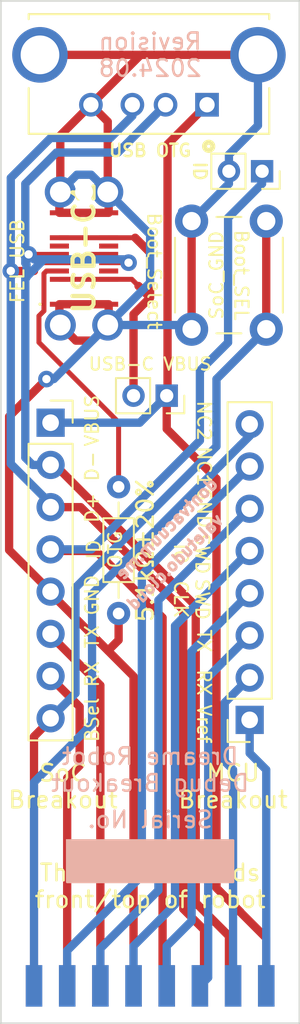
<source format=kicad_pcb>
(kicad_pcb (version 20240108) (generator "pcbnew") (generator_version "8.0")
  (layers (0 "F.Cu" signal) (31 "B.Cu" signal) (34 "B.Paste" user) (35 "F.Paste" user) (36 "B.SilkS" user "B.Silkscreen") (37 "F.SilkS" user "F.Silkscreen") (38 "B.Mask" user) (39 "F.Mask" user) (44 "Edge.Cuts" user))
  (net 0 "")
  (net 1 "MCU_Vref")
  (net 2 "VBUS")
  (net 3 "MCU_RX")
  (net 4 "D-")
  (net 5 "MCU_TX")
  (net 6 "D+")
  (net 7 "MCU_SWCLK")
  (net 8 "MCU_SWDIO")
  (net 9 "SoC_TX")
  (net 10 "SoC_RX")
  (net 11 "Boot_SEL")
  (net 12 "USB_VBUS")
  (net 13 "SoC_USB_OTG_ID")
  (net 14 "MCU_NC1")
  (net 15 "MCU_NC2")
  (net 16 "SoC_GND")
  (net 17 "MCU_GND")
  (net 18 "Net-(USB-C1-CC1)")
  (footprint "Resistor_THT:R_Axial_DIN0204_L3.6mm_D1.6mm_P7.62mm_Horizontal" (layer "F.Cu") (at 57.1 67.98 -90)
    (property "Reference" "R1" (hide yes))
    (property "Value" "5.1kΩ±20%" (at 3.82 -1.6 270) (layer "F.SilkS"))
    (fp_line (start 1.89 0.92) (end 5.73 0.92) (stroke (width 0.12)) (layer "F.SilkS"))
    (fp_line (start 5.73 0.92) (end 5.73 -0.92) (stroke (width 0.12)) (layer "F.SilkS"))
    (fp_line (start 0.94 0) (end 1.89 0) (stroke (width 0.12)) (layer "F.SilkS"))
    (fp_line (start 6.68 0) (end 5.73 0) (stroke (width 0.12)) (layer "F.SilkS"))
    (fp_line (start 1.89 -0.92) (end 1.89 0.92) (stroke (width 0.12)) (layer "F.SilkS"))
    (fp_line (start 5.73 -0.92) (end 1.89 -0.92) (stroke (width 0.12)) (layer "F.SilkS"))
    (pad "1" thru_hole circle (at 0 0 270) (size 1.4 1.4) (drill 0.7) (layers "*.Cu" "*.Mask") (net 18 "Net-(USB-C1-CC1)"))
    (pad "2" thru_hole oval (at 7.62 0 270) (size 1.4 1.4) (drill 0.7) (layers "*.Cu" "*.Mask") (net 16 "SoC_GND"))
  )
  (footprint "GCT-USB4145-03-0230-C:USB4145030230C" (layer "F.Cu") (at 55.015 54.25 90)
    (property "Reference" "USB-C1" (at 0.65 0 90) (layer "F.SilkS") (effects (font (size 1.27 1.27) (thickness 0.254))))
    (property "Value" "USB4145-03-0230-C" (hide yes))
    (fp_line (start -2.75 -2.7) (end -2.75 -2.7) (stroke (width 0.1)) (layer "F.SilkS"))
    (fp_line (start -2.75 -2.6) (end -2.75 -2.6) (stroke (width 0.1)) (layer "F.SilkS"))
    (fp_arc (start -2.75 -2.7) (mid -2.7 -2.65) (end -2.75 -2.6) (stroke (width 0.1)) (layer "F.SilkS"))
    (fp_arc (start -2.75 -2.6) (mid -2.8 -2.65) (end -2.75 -2.7) (stroke (width 0.1)) (layer "F.SilkS"))
    (pad "" np_thru_hole circle (at -4 0 90) (size 0.66 0.66) (drill 0.66) (layers "*.Cu" "*.Mask"))
    (pad "" np_thru_hole circle (at 4 0 90) (size 1.08 1.08) (drill 1.08) (layers "*.Cu" "*.Mask"))
    (pad "A1" smd rect (at -2.75 -1.485 90) (size 0.3 1.15) (layers "F.Cu" "F.Mask") (net 16 "SoC_GND"))
    (pad "A4" smd rect (at -1.25 -1.485 90) (size 0.3 1.15) (layers "F.Cu" "F.Mask") (net 12 "USB_VBUS"))
    (pad "A5" smd rect (at -0.75 -1.485 90) (size 0.3 1.15) (layers "F.Cu" "F.Mask") (net 18 "Net-(USB-C1-CC1)"))
    (pad "A6" smd rect (at -0.25 -1.485 90) (size 0.3 1.15) (layers "F.Cu" "F.Mask") (net 6 "D+"))
    (pad "A7" smd rect (at 0.25 -1.485 90) (size 0.3 1.15) (layers "F.Cu" "F.Mask") (net 4 "D-"))
    (pad "A8" smd rect (at 0.75 -1.485 90) (size 0.3 1.15) (layers "F.Cu" "F.Mask"))
    (pad "A9" smd rect (at 1.25 -1.485 90) (size 0.3 1.15) (layers "F.Cu" "F.Mask") (net 12 "USB_VBUS"))
    (pad "A12" smd rect (at 2.75 -1.485 90) (size 0.3 1.15) (layers "F.Cu" "F.Mask") (net 16 "SoC_GND"))
    (pad "B1" smd rect (at 2.75 1.485 90) (size 0.3 1.15) (layers "F.Cu" "F.Mask") (net 16 "SoC_GND"))
    (pad "B4" smd rect (at 1.25 1.485 90) (size 0.3 1.15) (layers "F.Cu" "F.Mask") (net 12 "USB_VBUS"))
    (pad "B5" smd rect (at 0.75 1.485 90) (size 0.3 1.15) (layers "F.Cu" "F.Mask"))
    (pad "B6" smd rect (at 0.25 1.485 90) (size 0.3 1.15) (layers "F.Cu" "F.Mask") (net 6 "D+"))
    (pad "B7" smd rect (at -0.25 1.485 90) (size 0.3 1.15) (layers "F.Cu" "F.Mask") (net 4 "D-"))
    (pad "B8" smd rect (at -0.75 1.485 90) (size 0.3 1.15) (layers "F.Cu" "F.Mask"))
    (pad "B9" smd rect (at -1.25 1.485 90) (size 0.3 1.15) (layers "F.Cu" "F.Mask") (net 12 "USB_VBUS"))
    (pad "B12" smd rect (at -2.75 1.485 90) (size 0.3 1.15) (layers "F.Cu" "F.Mask") (net 16 "SoC_GND"))
    (pad "MH1" thru_hole circle (at -4 -1.43 90) (size 1.875 1.875) (drill 1.25) (layers "*.Cu" "*.Mask") (net 16 "SoC_GND"))
    (pad "MH2" thru_hole circle (at 4 -1.43 90) (size 1.875 1.875) (drill 1.25) (layers "*.Cu" "*.Mask") (net 16 "SoC_GND"))
    (pad "MH3" thru_hole circle (at -4 1.43 90) (size 1.875 1.875) (drill 1.25) (layers "*.Cu" "*.Mask") (net 16 "SoC_GND"))
    (pad "MH4" thru_hole circle (at 4 1.43 90) (size 1.875 1.875) (drill 1.25) (layers "*.Cu" "*.Mask") (net 16 "SoC_GND"))
  )
  (footprint "Connector_PinSocket_2.54mm:PinSocket_1x08_P2.54mm_Vertical" (layer "F.Cu") (at 65 82 180)
    (property "Reference" "J2" (hide yes))
    (property "Value" "MCU Breakout" (hide yes))
    (fp_line (start 1.33 1.27) (end 1.33 19.11) (stroke (width 0.12)) (layer "F.SilkS"))
    (fp_line (start 1.33 -1.33) (end 1.33 0) (stroke (width 0.12)) (layer "F.SilkS"))
    (fp_line (start 0 -1.33) (end 1.33 -1.33) (stroke (width 0.12)) (layer "F.SilkS"))
    (fp_line (start -1.33 19.11) (end 1.33 19.11) (stroke (width 0.12)) (layer "F.SilkS"))
    (fp_line (start -1.33 1.27) (end 1.33 1.27) (stroke (width 0.12)) (layer "F.SilkS"))
    (fp_line (start -1.33 1.27) (end -1.33 19.11) (stroke (width 0.12)) (layer "F.SilkS"))
    (pad "1" thru_hole rect (at 0 0 180) (size 1.7 1.7) (drill 1) (layers "*.Cu" "*.Mask") (net 1 "MCU_Vref"))
    (pad "2" thru_hole oval (at 0 2.54 180) (size 1.7 1.7) (drill 1) (layers "*.Cu" "*.Mask") (net 3 "MCU_RX"))
    (pad "3" thru_hole oval (at 0 5.08 180) (size 1.7 1.7) (drill 1) (layers "*.Cu" "*.Mask") (net 5 "MCU_TX"))
    (pad "4" thru_hole oval (at 0 7.62 180) (size 1.7 1.7) (drill 1) (layers "*.Cu" "*.Mask") (net 7 "MCU_SWCLK"))
    (pad "5" thru_hole oval (at 0 10.16 180) (size 1.7 1.7) (drill 1) (layers "*.Cu" "*.Mask") (net 8 "MCU_SWDIO"))
    (pad "6" thru_hole oval (at 0 12.7 180) (size 1.7 1.7) (drill 1) (layers "*.Cu" "*.Mask") (net 17 "MCU_GND"))
    (pad "7" thru_hole oval (at 0 15.24 180) (size 1.7 1.7) (drill 1) (layers "*.Cu" "*.Mask") (net 14 "MCU_NC1"))
    (pad "8" thru_hole oval (at 0 17.78 180) (size 1.7 1.7) (drill 1) (layers "*.Cu" "*.Mask") (net 15 "MCU_NC2"))
  )
  (footprint "Custom:ONSHORE_USB-A1VSB6" (layer "F.Cu") (at 58.93 42 180)
    (property "Reference" "J3" (hide yes))
    (property "Value" "OTG_USB" (hide yes))
    (fp_line (start 7.25 2.45) (end -7.25 2.45) (stroke (width 0.127)) (layer "F.SilkS"))
    (fp_line (start 7.25 2.15) (end 7.25 2.45) (stroke (width 0.127)) (layer "F.SilkS"))
    (fp_line (start 7.25 -4.75) (end 7.25 -2) (stroke (width 0.127)) (layer "F.SilkS"))
    (fp_line (start -7.25 2.45) (end -7.25 2.15) (stroke (width 0.127)) (layer "F.SilkS"))
    (fp_line (start -7.25 -2) (end -7.25 -4.75) (stroke (width 0.127)) (layer "F.SilkS"))
    (fp_line (start -7.25 -4.75) (end 7.25 -4.75) (stroke (width 0.127)) (layer "F.SilkS"))
    (fp_circle (center -3.6 -5.5) (end -3.5 -5.5) (stroke (width 0.3)) (fill none) (layer "F.SilkS"))
    (pad "1" thru_hole rect (at -3.5 -3 180) (size 1.428 1.428) (drill 0.92) (layers "*.Cu" "*.Mask") (net 2 "VBUS"))
    (pad "2" thru_hole circle (at -1 -3 180) (size 1.428 1.428) (drill 0.92) (layers "*.Cu" "*.Mask") (net 4 "D-"))
    (pad "3" thru_hole circle (at 1 -3 180) (size 1.428 1.428) (drill 0.92) (layers "*.Cu" "*.Mask") (net 6 "D+"))
    (pad "4" thru_hole circle (at 3.5 -3 180) (size 1.428 1.428) (drill 0.92) (layers "*.Cu" "*.Mask") (net 16 "SoC_GND"))
    (pad "S1" thru_hole circle (at -6.57 0 180) (size 3.346 3.346) (drill 2.33) (layers "*.Cu" "*.Mask"))
    (pad "S2" thru_hole circle (at 6.57 0 180) (size 3.346 3.346) (drill 2.33) (layers "*.Cu" "*.Mask"))
  )
  (footprint "Connector_PinSocket_2.00mm:PinSocket_1x02_P2.00mm_Vertical" (layer "F.Cu") (at 65.75 49 -90)
    (property "Reference" "JP2" (hide yes))
    (property "Value" "JP_USB_OTG_ID" (hide yes))
    (fp_line (start -1.06 3.06) (end 1.06 3.06) (stroke (width 0.12)) (layer "F.SilkS"))
    (fp_line (start -1.06 1) (end -1.06 3.06) (stroke (width 0.12)) (layer "F.SilkS"))
    (fp_line (start -1.06 1) (end 1.06 1) (stroke (width 0.12)) (layer "F.SilkS"))
    (fp_line (start 1.06 1) (end 1.06 3.06) (stroke (width 0.12)) (layer "F.SilkS"))
    (fp_line (start 0 -1.06) (end 1.06 -1.06) (stroke (width 0.12)) (layer "F.SilkS"))
    (fp_line (start 1.06 -1.06) (end 1.06 0) (stroke (width 0.12)) (layer "F.SilkS"))
    (pad "1" thru_hole rect (at 0 0 270) (size 1.35 1.35) (drill 0.8) (layers "*.Cu" "*.Mask") (net 13 "SoC_USB_OTG_ID"))
    (pad "2" thru_hole oval (at 0 2 270) (size 1.35 1.35) (drill 0.8) (layers "*.Cu" "*.Mask") (net 16 "SoC_GND"))
  )
  (footprint "Connector_PinSocket_2.00mm:PinSocket_1x02_P2.00mm_Vertical" (layer "F.Cu") (at 60 62.5 -90)
    (property "Reference" "JP1" (hide yes))
    (property "Value" "JP_USB_VBUS" (hide yes))
    (fp_line (start -1.06 3.06) (end 1.06 3.06) (stroke (width 0.12)) (layer "F.SilkS"))
    (fp_line (start -1.06 1) (end -1.06 3.06) (stroke (width 0.12)) (layer "F.SilkS"))
    (fp_line (start -1.06 1) (end 1.06 1) (stroke (width 0.12)) (layer "F.SilkS"))
    (fp_line (start 1.06 1) (end 1.06 3.06) (stroke (width 0.12)) (layer "F.SilkS"))
    (fp_line (start 0 -1.06) (end 1.06 -1.06) (stroke (width 0.12)) (layer "F.SilkS"))
    (fp_line (start 1.06 -1.06) (end 1.06 0) (stroke (width 0.12)) (layer "F.SilkS"))
    (pad "1" thru_hole rect (at 0 0 270) (size 1.35 1.35) (drill 0.8) (layers "*.Cu" "*.Mask") (net 2 "VBUS"))
    (pad "2" thru_hole oval (at 0 2 270) (size 1.35 1.35) (drill 0.8) (layers "*.Cu" "*.Mask") (net 12 "USB_VBUS"))
  )
  (footprint "Custom:DGI_8_SMDPADS" (layer "F.Cu") (at 59 98)
    (property "Reference" "J1.1" (hide yes))
    (property "Value" "To Robot SoC" (hide yes))
    (pad "1" smd rect (at -7 0) (size 1 2.5) (layers "F.Cu" "F.Paste" "F.Mask") (net 11 "Boot_SEL"))
    (pad "2" smd rect (at -5 0) (size 1 2.5) (layers "F.Cu" "F.Paste" "F.Mask") (net 10 "SoC_RX"))
    (pad "3" smd rect (at -3 0) (size 1 2.5) (layers "F.Cu" "F.Paste" "F.Mask") (net 9 "SoC_TX"))
    (pad "4" smd rect (at -1 0) (size 1 2.5) (layers "F.Cu" "F.Paste" "F.Mask") (net 16 "SoC_GND"))
    (pad "5" smd rect (at 1 0) (size 1 2.5) (layers "F.Cu" "F.Paste" "F.Mask") (net 13 "SoC_USB_OTG_ID"))
    (pad "6" smd rect (at 3 0) (size 1 2.5) (layers "F.Cu" "F.Paste" "F.Mask") (net 6 "D+"))
    (pad "7" smd rect (at 5 0) (size 1 2.5) (layers "F.Cu" "F.Paste" "F.Mask") (net 4 "D-"))
    (pad "8" smd rect (at 7 0) (size 1 2.5) (layers "F.Cu" "F.Paste" "F.Mask") (net 2 "VBUS"))
  )
  (footprint "Connector_PinSocket_2.54mm:PinSocket_1x08_P2.54mm_Vertical" (layer "F.Cu") (at 53 64.125)
    (property "Reference" "J1" (hide yes))
    (property "Value" "SoC Breakout" (hide yes))
    (fp_line (start -1.33 1.27) (end -1.33 19.11) (stroke (width 0.12)) (layer "F.SilkS"))
    (fp_line (start -1.33 1.27) (end 1.33 1.27) (stroke (width 0.12)) (layer "F.SilkS"))
    (fp_line (start -1.33 19.11) (end 1.33 19.11) (stroke (width 0.12)) (layer "F.SilkS"))
    (fp_line (start 0 -1.33) (end 1.33 -1.33) (stroke (width 0.12)) (layer "F.SilkS"))
    (fp_line (start 1.33 -1.33) (end 1.33 0) (stroke (width 0.12)) (layer "F.SilkS"))
    (fp_line (start 1.33 1.27) (end 1.33 19.11) (stroke (width 0.12)) (layer "F.SilkS"))
    (pad "1" thru_hole rect (at 0 0) (size 1.7 1.7) (drill 1) (layers "*.Cu" "*.Mask") (net 2 "VBUS"))
    (pad "2" thru_hole oval (at 0 2.54) (size 1.7 1.7) (drill 1) (layers "*.Cu" "*.Mask") (net 4 "D-"))
    (pad "3" thru_hole oval (at 0 5.08) (size 1.7 1.7) (drill 1) (layers "*.Cu" "*.Mask") (net 6 "D+"))
    (pad "4" thru_hole oval (at 0 7.62) (size 1.7 1.7) (drill 1) (layers "*.Cu" "*.Mask") (net 13 "SoC_USB_OTG_ID"))
    (pad "5" thru_hole oval (at 0 10.16) (size 1.7 1.7) (drill 1) (layers "*.Cu" "*.Mask") (net 16 "SoC_GND"))
    (pad "6" thru_hole oval (at 0 12.7) (size 1.7 1.7) (drill 1) (layers "*.Cu" "*.Mask") (net 9 "SoC_TX"))
    (pad "7" thru_hole oval (at 0 15.24) (size 1.7 1.7) (drill 1) (layers "*.Cu" "*.Mask") (net 10 "SoC_RX"))
    (pad "8" thru_hole oval (at 0 17.78) (size 1.7 1.7) (drill 1) (layers "*.Cu" "*.Mask") (net 11 "Boot_SEL"))
  )
  (footprint "Button_Switch_THT:SW_PUSH_6mm" (layer "F.Cu") (at 61.5 58.5 90)
    (property "Reference" "SW1" (hide yes))
    (property "Value" "SoC_Boot_SEL_BTN" (hide yes))
    (fp_line (start 5.5 -1) (end 1 -1) (stroke (width 0.12)) (layer "F.SilkS"))
    (fp_line (start -0.25 1.5) (end -0.25 3) (stroke (width 0.12)) (layer "F.SilkS"))
    (fp_line (start 6.75 3) (end 6.75 1.5) (stroke (width 0.12)) (layer "F.SilkS"))
    (fp_line (start 1 5.5) (end 5.5 5.5) (stroke (width 0.12)) (layer "F.SilkS"))
    (pad "1" thru_hole circle (at 0 0 180) (size 2 2) (drill 1.1) (layers "*.Cu" "*.Mask") (net 16 "SoC_GND"))
    (pad "1" thru_hole circle (at 6.5 0 180) (size 2 2) (drill 1.1) (layers "*.Cu" "*.Mask") (net 16 "SoC_GND"))
    (pad "2" thru_hole circle (at 0 4.5 180) (size 2 2) (drill 1.1) (layers "*.Cu" "*.Mask") (net 11 "Boot_SEL"))
    (pad "2" thru_hole circle (at 6.5 4.5 180) (size 2 2) (drill 1.1) (layers "*.Cu" "*.Mask") (net 11 "Boot_SEL"))
  )
  (footprint "Custom:DGI_8_SMDPADS" (layer "B.Cu") (at 59 98 180)
    (property "Reference" "J1.2" (hide yes))
    (property "Value" "To Robot MCU" (hide yes))
    (pad "1" smd rect (at -7 0 180) (size 1 2.5) (layers "B.Cu" "B.Paste" "B.Mask") (net 1 "MCU_Vref"))
    (pad "2" smd rect (at -5 0 180) (size 1 2.5) (layers "B.Cu" "B.Paste" "B.Mask") (net 3 "MCU_RX"))
    (pad "3" smd rect (at -3 0 180) (size 1 2.5) (layers "B.Cu" "B.Paste" "B.Mask") (net 5 "MCU_TX"))
    (pad "4" smd rect (at -1 0 180) (size 1 2.5) (layers "B.Cu" "B.Paste" "B.Mask") (net 7 "MCU_SWCLK"))
    (pad "5" smd rect (at 1 0 180) (size 1 2.5) (layers "B.Cu" "B.Paste" "B.Mask") (net 8 "MCU_SWDIO"))
    (pad "6" smd rect (at 3 0 180) (size 1 2.5) (layers "B.Cu" "B.Paste" "B.Mask") (net 17 "MCU_GND"))
    (pad "7" smd rect (at 5 0 180) (size 1 2.5) (layers "B.Cu" "B.Paste" "B.Mask") (net 14 "MCU_NC1"))
    (pad "8" smd rect (at 7 0 180) (size 1 2.5) (layers "B.Cu" "B.Paste" "B.Mask") (net 15 "MCU_NC2"))
  )
  (gr_rect (start 54 89.25) (end 64 91.75) (stroke (width 0.15)) (fill solid) (layer "B.SilkS"))
  (gr_rect (start 50 38.75) (end 68 100.25) (stroke (width 0.1)) (fill none) (layer "Edge.Cuts"))
  (gr_text "Dreame Robot\nDebug Breakout" (at 59 85 0) (layer "B.SilkS") (effects (font (size 1 1)) (justify mirror)))
  (gr_text "dontvacuum.me" (at 60 70.5 45) (layer "B.SilkS") (effects (font (size 0.7 0.7) (thickness 0.175)) (justify mirror)))
  (gr_text "valetudo.cloud" (at 60.5 72.5 45) (layer "B.SilkS") (effects (font (size 0.7 0.7) (thickness 0.175)) (justify mirror)))
  (gr_text "Serial No." (at 59 88 0) (layer "B.SilkS") (effects (font (size 1 1)) (justify mirror)))
  (gr_text "Revision\n2024.08" (at 59 42 0) (layer "B.SilkS") (effects (font (size 1 1)) (justify mirror)))
  (gr_text "USB OTG" (at 59 47.75 0) (layer "F.SilkS") (effects (font (size 0.75 0.75))))
  (gr_text "This side towards\nfront/top of robot" (at 59 92 0) (layer "F.SilkS") (effects (font (size 1 1))))
  (gr_text "NC1" (at 62.25 66.75 270) (layer "F.SilkS") (effects (font (size 0.8 0.8) (thickness 0.12))))
  (gr_text "ID\nOTG" (at 56.25 71.75 90) (layer "F.SilkS") (effects (font (size 0.8 0.8) (thickness 0.12))))
  (gr_text "BSel" (at 55.5 82 90) (layer "F.SilkS") (effects (font (size 0.8 0.8) (thickness 0.12))))
  (gr_text "GND" (at 62.25 69.25 270) (layer "F.SilkS") (effects (font (size 0.8 0.8) (thickness 0.12))))
  (gr_text "TX" (at 62.25 77.25 270) (layer "F.SilkS") (effects (font (size 0.8 0.8) (thickness 0.12))))
  (gr_text "SoC_GND" (at 63 55.25 90) (layer "F.SilkS") (effects (font (size 0.8 0.8) (thickness 0.12))))
  (gr_text "D+" (at 55.5 69.25 90) (layer "F.SilkS") (effects (font (size 0.8 0.8) (thickness 0.12))))
  (gr_text "Boot_Select" (at 59.25 55 270) (layer "F.SilkS") (effects (font (size 0.8 0.8) (thickness 0.12))))
  (gr_text "NC2" (at 62.25 64 270) (layer "F.SilkS") (effects (font (size 0.8 0.8) (thickness 0.12))))
  (gr_text "RX" (at 55.5 79.25 90) (layer "F.SilkS") (effects (font (size 0.8 0.8) (thickness 0.12))))
  (gr_text "VBUS" (at 55.5 64 90) (layer "F.SilkS") (effects (font (size 0.8 0.8) (thickness 0.12))))
  (gr_text "Vref" (at 62.25 82.25 270) (layer "F.SilkS") (effects (font (size 0.8 0.8) (thickness 0.12))))
  (gr_text "D-\n" (at 55.5 66.75 90) (layer "F.SilkS") (effects (font (size 0.8 0.8) (thickness 0.12))))
  (gr_text "MCU\nBreakout" (at 64 86 0) (layer "F.SilkS") (effects (font (size 1 1))))
  (gr_text "SWD\nCLK" (at 61.5 74.75 270) (layer "F.SilkS") (effects (font (size 0.8 0.8) (thickness 0.12))))
  (gr_text "Boot_SEL" (at 64.5 55.25 270) (layer "F.SilkS") (effects (font (size 0.8 0.8) (thickness 0.12))))
  (gr_text "ID" (at 62 49 270) (layer "F.SilkS") (effects (font (size 0.75 0.75))))
  (gr_text "USB-C VBUS" (at 59 60.6 0) (layer "F.SilkS") (effects (font (size 0.75 0.75) (thickness 0.125))))
  (gr_text "SoC\nBreakout" (at 53.75 86 0) (layer "F.SilkS") (effects (font (size 1 1))))
  (gr_text "TX" (at 55.5 77 90) (layer "F.SilkS") (effects (font (size 0.8 0.8) (thickness 0.12))))
  (gr_text "RX" (at 62.25 79.75 270) (layer "F.SilkS") (effects (font (size 0.8 0.8) (thickness 0.12))))
  (gr_text "FEL USB" (at 51 54.4 90) (layer "F.SilkS") (effects (font (size 0.8 0.8) (thickness 0.12))))
  (gr_text "GND" (at 55.5 74.5 90) (layer "F.SilkS") (effects (font (size 0.8 0.8) (thickness 0.12))))
  (gr_text "SWD\nIO" (at 61.5 72 270) (layer "F.SilkS") (effects (font (size 0.8 0.8) (thickness 0.12))))
  (segment (start 66 85) (end 66 98) (width 0.5) (layer "B.Cu") (net 1))
  (segment (start 65 84) (end 66 85) (width 0.5) (layer "B.Cu") (net 1))
  (segment (start 65 82) (end 65 84) (width 0.5) (layer "B.Cu") (net 1))
  (segment (start 60.05 62.45) (end 60.05 47.38) (width 0.5) (layer "F.Cu") (net 2))
  (segment (start 63 67.5) (end 60 64.5) (width 0.5) (layer "F.Cu") (net 2))
  (segment (start 64.45 93.56005) (end 64.45 93.575) (width 0.5) (layer "F.Cu") (net 2))
  (segment (start 64.45 93.575) (end 66 95.125) (width 0.5) (layer "F.Cu") (net 2))
  (segment (start 66 95.125) (end 66 98) (width 0.5) (layer "F.Cu") (net 2))
  (segment (start 60 64.5) (end 60 62.5) (width 0.5) (layer "F.Cu") (net 2))
  (segment (start 63 92.11005) (end 64.45 93.56005) (width 0.5) (layer "F.Cu") (net 2))
  (segment (start 60 62.5) (end 60.05 62.45) (width 0.5) (layer "F.Cu") (net 2))
  (segment (start 60.05 47.38) (end 62.43 45) (width 0.5) (layer "F.Cu") (net 2))
  (segment (start 63 67.5) (end 63 92.11005) (width 0.5) (layer "F.Cu") (net 2))
  (segment (start 58.375 64.125) (end 60 62.5) (width 0.5) (layer "B.Cu") (net 2))
  (segment (start 53 64.125) (end 58.375 64.125) (width 0.5) (layer "B.Cu") (net 2))
  (segment (start 64 85) (end 64 98) (width 0.5) (layer "B.Cu") (net 3))
  (segment (start 63.5 80.96) (end 63.5 84.5) (width 0.5) (layer "B.Cu") (net 3))
  (segment (start 63.5 84.5) (end 64 85) (width 0.5) (layer "B.Cu") (net 3))
  (segment (start 65 79.46) (end 63.5 80.96) (width 0.5) (layer "B.Cu") (net 3))
  (segment (start 64 98) (end 63.75 97.75) (width 0.5) (layer "F.Cu") (net 4))
  (segment (start 61.75 93) (end 61.75 75.15) (width 0.5) (layer "F.Cu") (net 4))
  (segment (start 63.75 95) (end 61.75 93) (width 0.5) (layer "F.Cu") (net 4))
  (segment (start 53.265 66.665) (end 53 66.665) (width 0.5) (layer "F.Cu") (net 4))
  (segment (start 61.75 75.15) (end 53.265 66.665) (width 0.5) (layer "F.Cu") (net 4))
  (segment (start 53.53 54) (end 51.675 54) (width 0.3) (layer "F.Cu") (net 4))
  (segment (start 56.5 54.5) (end 57.7 54.5) (width 0.3) (layer "F.Cu") (net 4))
  (segment (start 63.75 97.75) (end 63.75 95) (width 0.5) (layer "F.Cu") (net 4))
  (via (at 57.7 54.5) (size 1) (drill 0.5) (layers "F.Cu" "B.Cu") (net 4))
  (via (at 57.7 54.5) (size 1) (drill 0.5) (layers "F.Cu" "B.Cu") (net 4))
  (via (at 51.675 54) (size 1) (drill 0.5) (layers "F.Cu" "B.Cu") (net 4))
  (segment (start 57.055 47.875) (end 59.93 45) (width 0.5) (layer "B.Cu") (net 4))
  (segment (start 53 66.665) (end 51.915 66.665) (width 0.5) (layer "B.Cu") (net 4))
  (segment (start 52 54.3) (end 52.6 54.3) (width 0.5) (layer "B.Cu") (net 4))
  (segment (start 51.475 66.225) (end 51.475 55.468503) (width 0.5) (layer "B.Cu") (net 4))
  (segment (start 51.475 55.468503) (end 51.55 55.393503) (width 0.5) (layer "B.Cu") (net 4))
  (segment (start 51.475 49.755332) (end 53.355332 47.875) (width 0.5) (layer "B.Cu") (net 4))
  (segment (start 51.55 55.393503) (end 51.55 54.606497) (width 0.5) (layer "B.Cu") (net 4))
  (segment (start 51.475 54.531497) (end 51.475 49.755332) (width 0.5) (layer "B.Cu") (net 4))
  (segment (start 57.5 54.3) (end 52.6 54.3) (width 0.5) (layer "B.Cu") (net 4))
  (segment (start 53 66.665) (end 53 66.5) (width 0.5) (layer "B.Cu") (net 4))
  (segment (start 53.355332 47.875) (end 57.055 47.875) (width 0.5) (layer "B.Cu") (net 4))
  (segment (start 51.675 54) (end 51.7 54) (width 0.5) (layer "B.Cu") (net 4))
  (segment (start 57.7 54.5) (end 57.5 54.3) (width 0.5) (layer "B.Cu") (net 4))
  (segment (start 51.915 66.665) (end 51.475 66.225) (width 0.5) (layer "B.Cu") (net 4))
  (segment (start 52.6 54.3) (end 51.475 55.425) (width 0.5) (layer "B.Cu") (net 4))
  (segment (start 51.55 54.606497) (end 51.475 54.531497) (width 0.5) (layer "B.Cu") (net 4))
  (segment (start 51.475 55.425) (end 51.475 55.468503) (width 0.5) (layer "B.Cu") (net 4))
  (segment (start 51.7 54) (end 52 54.3) (width 0.5) (layer "B.Cu") (net 4))
  (segment (start 62.5 97.5) (end 62 98) (width 0.5) (layer "B.Cu") (net 5))
  (segment (start 65 76.92) (end 62.5 79.42) (width 0.5) (layer "B.Cu") (net 5))
  (segment (start 62.5 79.42) (end 62.5 97.5) (width 0.5) (layer "B.Cu") (net 5))
  (segment (start 53.53 54.5) (end 52.5 54.5) (width 0.3) (layer "F.Cu") (net 6))
  (segment (start 55.375 54) (end 56.5 54) (width 0.3) (layer "F.Cu") (net 6))
  (segment (start 54.81505 69.205) (end 61 75.38995) (width 0.5) (layer "F.Cu") (net 6))
  (segment (start 53.53 54.5) (end 54.875 54.5) (width 0.3) (layer "F.Cu") (net 6))
  (segment (start 50.6 55) (end 52 55) (width 0.5) (layer "F.Cu") (net 6))
  (segment (start 53 69.205) (end 54.81505 69.205) (width 0.5) (layer "F.Cu") (net 6))
  (segment (start 52.5 54.5) (end 52 55) (width 0.3) (layer "F.Cu") (net 6))
  (segment (start 61 93.375) (end 62.25 94.625) (width 0.5) (layer "F.Cu") (net 6))
  (segment (start 61 75.38995) (end 61 93.375) (width 0.5) (layer "F.Cu") (net 6))
  (segment (start 62.25 97.75) (end 62 98) (width 0.5) (layer "F.Cu") (net 6))
  (segment (start 62.25 94.625) (end 62.25 97.75) (width 0.5) (layer "F.Cu") (net 6))
  (segment (start 54.875 54.5) (end 55.375 54) (width 0.3) (layer "F.Cu") (net 6))
  (via (at 50.6 55) (size 1) (drill 0.5) (layers "F.Cu" "B.Cu") (net 6))
  (via (at 50.6 55) (size 1) (drill 0.5) (layers "F.Cu" "B.Cu") (net 6))
  (segment (start 53 47) (end 56.6 47) (width 0.5) (layer "B.Cu") (net 6))
  (segment (start 53 69.205) (end 53 69) (width 0.5) (layer "B.Cu") (net 6))
  (segment (start 57.93 45.67) (end 57.93 45) (width 0.5) (layer "B.Cu") (net 6))
  (segment (start 50.6 49.4) (end 53 47) (width 0.5) (layer "B.Cu") (net 6))
  (segment (start 53 69) (end 50.6 66.6) (width 0.5) (layer "B.Cu") (net 6))
  (segment (start 50.6 66.6) (end 50.6 49.4) (width 0.5) (layer "B.Cu") (net 6))
  (segment (start 56.6 47) (end 57.93 45.67) (width 0.5) (layer "B.Cu") (net 6))
  (segment (start 61.5 77.88) (end 65 74.38) (width 0.5) (layer "B.Cu") (net 7))
  (segment (start 60 95.6) (end 61.5 94.1) (width 0.5) (layer "B.Cu") (net 7))
  (segment (start 61.5 94.1) (end 61.5 77.88) (width 0.5) (layer "B.Cu") (net 7))
  (segment (start 60 98) (end 60 95.6) (width 0.5) (layer "B.Cu") (net 7))
  (segment (start 60.5 93.1) (end 60.5 76.34) (width 0.5) (layer "B.Cu") (net 8))
  (segment (start 60.5 76.34) (end 65 71.84) (width 0.5) (layer "B.Cu") (net 8))
  (segment (start 58 98) (end 58 95.6) (width 0.5) (layer "B.Cu") (net 8))
  (segment (start 58 95.6) (end 60.5 93.1) (width 0.5) (layer "B.Cu") (net 8))
  (segment (start 53 76.92) (end 56 79.92) (width 0.5) (layer "F.Cu") (net 9))
  (segment (start 56 79.92) (end 56 98) (width 0.5) (layer "F.Cu") (net 9))
  (segment (start 54 85.5) (end 54 98) (width 0.5) (layer "F.Cu") (net 10))
  (segment (start 54.75 81.21) (end 54.75 84.75) (width 0.5) (layer "F.Cu") (net 10))
  (segment (start 54.75 84.75) (end 54 85.5) (width 0.5) (layer "F.Cu") (net 10))
  (segment (start 53 79.46) (end 54.75 81.21) (width 0.5) (layer "F.Cu") (net 10))
  (segment (start 66 58.5) (end 66 52) (width 0.5) (layer "F.Cu") (net 11))
  (segment (start 53 82) (end 52 83) (width 0.5) (layer "F.Cu") (net 11))
  (segment (start 52 83) (end 52 98) (width 0.5) (layer "F.Cu") (net 11))
  (segment (start 63 65.55) (end 63 61.5) (width 0.5) (layer "B.Cu") (net 11))
  (segment (start 63 61.5) (end 66 58.5) (width 0.5) (layer "B.Cu") (net 11))
  (segment (start 54.5 80.405) (end 54.5 74.05) (width 0.5) (layer "B.Cu") (net 11))
  (segment (start 54.5 74.05) (end 63 65.55) (width 0.5) (layer "B.Cu") (net 11))
  (segment (start 53 81.905) (end 54.5 80.405) (width 0.5) (layer "B.Cu") (net 11))
  (segment (start 59 53.9) (end 58.1 53) (width 0.5) (layer "F.Cu") (net 12))
  (segment (start 58 57.6) (end 59 56.6) (width 0.5) (layer "F.Cu") (net 12))
  (segment (start 53.53 55.5) (end 56.5 55.5) (width 0.3) (layer "F.Cu") (net 12))
  (segment (start 58 62.5) (end 58 57.6) (width 0.5) (layer "F.Cu") (net 12))
  (segment (start 58.3 55.9) (end 57.9 55.5) (width 0.3) (layer "F.Cu") (net 12))
  (segment (start 56.5 53) (end 53.53 53) (width 0.3) (layer "F.Cu") (net 12))
  (segment (start 56.5 55.5) (end 57.9 55.5) (width 0.3) (layer "F.Cu") (net 12))
  (segment (start 59 56.6) (end 58.3 55.9) (width 0.5) (layer "F.Cu") (net 12))
  (segment (start 59 56.6) (end 59 53.9) (width 0.5) (layer "F.Cu") (net 12))
  (segment (start 58.1 53) (end 56.5 53) (width 0.3) (layer "F.Cu") (net 12))
  (segment (start 53 71.84) (end 55.74 71.84) (width 0.5) (layer "F.Cu") (net 13))
  (segment (start 59.75 75.85) (end 59.75 97.75) (width 0.5) (layer "F.Cu") (net 13))
  (segment (start 55.74 71.84) (end 59.75 75.85) (width 0.5) (layer "F.Cu") (net 13))
  (segment (start 59.75 97.75) (end 60 98) (width 0.5) (layer "F.Cu") (net 13))
  (segment (start 65.75 49.75) (end 65.75 49) (width 0.5) (layer "B.Cu") (net 13))
  (segment (start 63.7 51.8) (end 65.75 49.75) (width 0.5) (layer "B.Cu") (net 13))
  (segment (start 53 71.745) (end 55.455 71.745) (width 0.5) (layer "B.Cu") (net 13))
  (segment (start 63.7 59.3) (end 63.7 51.8) (width 0.5) (layer "B.Cu") (net 13))
  (segment (start 55.455 71.745) (end 62 65.2) (width 0.5) (layer "B.Cu") (net 13))
  (segment (start 62 61) (end 63.7 59.3) (width 0.5) (layer "B.Cu") (net 13))
  (segment (start 62 65.2) (end 62 61) (width 0.5) (layer "B.Cu") (net 13))
  (segment (start 58.5 91.375) (end 54 95.875) (width 0.5) (layer "B.Cu") (net 14))
  (segment (start 58.5 73.26) (end 58.5 91.375) (width 0.5) (layer "B.Cu") (net 14))
  (segment (start 54 95.875) (end 54 98) (width 0.5) (layer "B.Cu") (net 14))
  (segment (start 65 66.76) (end 58.5 73.26) (width 0.5) (layer "B.Cu") (net 14))
  (segment (start 52 85.75) (end 55.5 82.25) (width 0.5) (layer "B.Cu") (net 15))
  (segment (start 52 98) (end 52 85.75) (width 0.5) (layer "B.Cu") (net 15))
  (segment (start 64.465 65.46) (end 65 64.925) (width 0.5) (layer "B.Cu") (net 15))
  (segment (start 64.461522 65.46) (end 64.465 65.46) (width 0.5) (layer "B.Cu") (net 15))
  (segment (start 63.7 66.221522) (end 64.461522 65.46) (width 0.5) (layer "B.Cu") (net 15))
  (segment (start 55.5 74.425) (end 63.7 66.225) (width 0.5) (layer "B.Cu") (net 15))
  (segment (start 63.7 66.225) (end 63.7 66.221522) (width 0.5) (layer "B.Cu") (net 15))
  (segment (start 65 64.925) (end 65 64.22) (width 0.5) (layer "B.Cu") (net 15))
  (segment (start 55.5 82.25) (end 55.5 74.425) (width 0.5) (layer "B.Cu") (net 15))
  (segment (start 53.53 58.195) (end 53.585 58.25) (width 0.5) (layer "F.Cu") (net 16))
  (segment (start 53.53 57) (end 53.53 58.195) (width 0.5) (layer "F.Cu") (net 16))
  (segment (start 56.445 58.25) (end 55.5075 59.1875) (width 0.5) (layer "F.Cu") (net 16))
  (segment (start 56.5 58.195) (end 56.445 58.25) (width 0.5) (layer "F.Cu") (net 16))
  (segment (start 58 79.38) (end 58 98) (width 0.5) (layer "F.Cu") (net 16))
  (segment (start 61.5 52) (end 61.5 51.25) (width 0.5) (layer "F.Cu") (net 16))
  (segment (start 58.4 42.03) (end 58.4 42) (width 0.5) (layer "F.Cu") (net 16))
  (segment (start 56.445 46.015) (end 55.43 45) (width 0.5) (layer "F.Cu") (net 16))
  (segment (start 55.43 45) (end 58.4 42.03) (width 0.5) (layer "F.Cu") (net 16))
  (segment (start 50.5 71.785) (end 50.5 63.75) (width 0.5) (layer "F.Cu") (net 16))
  (segment (start 53.585 46.845) (end 53.585 50.25) (width 0.5) (layer "F.Cu") (net 16))
  (segment (start 50.5 63.75) (end 52.75 61.5) (width 0.5) (layer "F.Cu") (net 16))
  (segment (start 53 74.285) (end 53 74.38) (width 0.5) (layer "F.Cu") (net 16))
  (segment (start 56.46 77.84) (end 58 79.38) (width 0.5) (layer "F.Cu") (net 16))
  (segment (start 56.5 51.5) (end 56.5 50.305) (width 0.5) (layer "F.Cu") (net 16))
  (segment (start 56.5 50.305) (end 56.445 50.25) (width 0.5) (layer "F.Cu") (net 16))
  (segment (start 52.36 42) (end 58.4 42) (width 0.5) (layer "F.Cu") (net 16))
  (segment (start 53.53 51.5) (end 53.53 50.305) (width 0.5) (layer "F.Cu") (net 16))
  (segment (start 61.25 58.25) (end 61.5 58.5) (width 0.5) (layer "F.Cu") (net 16))
  (segment (start 61.5 58.5) (end 61.5 52) (width 0.5) (layer "F.Cu") (net 16))
  (segment (start 58.4 42) (end 65.5 42) (width 0.5) (layer "F.Cu") (net 16))
  (segment (start 53 74.38) (end 56.46 77.84) (width 0.5) (layer "F.Cu") (net 16))
  (segment (start 56.445 50.25) (end 56.445 46.015) (width 0.5) (layer "F.Cu") (net 16))
  (segment (start 53.53 57) (end 56.5 57) (width 0.5) (layer "F.Cu") (net 16))
  (segment (start 55.43 45) (end 53.585 46.845) (width 0.5) (layer "F.Cu") (net 16))
  (segment (start 53 74.285) (end 50.5 71.785) (width 0.5) (layer "F.Cu") (net 16))
  (segment (start 56.5 57) (end 56.5 58.195) (width 0.5) (layer "F.Cu") (net 16))
  (segment (start 56.5 51.5) (end 53.53 51.5) (width 0.5) (layer "F.Cu") (net 16))
  (segment (start 53.53 50.305) (end 53.585 50.25) (width 0.5) (layer "F.Cu") (net 16))
  (segment (start 57.1 75.6) (end 57.1 77.2) (width 0.5) (layer "F.Cu") (net 16))
  (segment (start 54.5225 59.1875) (end 53.585 58.25) (width 0.5) (layer "F.Cu") (net 16))
  (segment (start 55.5075 59.1875) (end 54.5225 59.1875) (width 0.5) (layer "F.Cu") (net 16))
  (segment (start 57.1 77.2) (end 56.46 77.84) (width 0.5) (layer "F.Cu") (net 16))
  (via (at 52.75 61.5) (size 1) (drill 0.5) (layers "F.Cu" "B.Cu") (net 16))
  (segment (start 61.425 58.575) (end 61.5 58.5) (width 0.5) (layer "B.Cu") (net 16))
  (segment (start 54.584218 49.21) (end 53.585 50.209218) (width 0.5) (layer "B.Cu") (net 16))
  (segment (start 65.5 42) (end 65.5 46.25) (width 0.5) (layer "B.Cu") (net 16))
  (segment (start 60.925 51.425) (end 61.5 52) (width 0.5) (layer "B.Cu") (net 16))
  (segment (start 59 55.695) (end 59 52.805) (width 0.5) (layer "B.Cu") (net 16))
  (segment (start 53.195 61.5) (end 56.445 58.25) (width 0.5) (layer "B.Cu") (net 16))
  (segment (start 56.445 50.209218) (end 55.445782 49.21) (width 0.5) (layer "B.Cu") (net 16))
  (segment (start 55.445782 49.21) (end 54.584218 49.21) (width 0.5) (layer "B.Cu") (net 16))
  (segment (start 59 52.805) (end 56.445 50.25) (width 0.5) (layer "B.Cu") (net 16))
  (segment (start 61.25 58.25) (end 61.5 58.5) (width 0.5) (layer "B.Cu") (net 16))
  (segment (start 53.585 50.209218) (end 53.585 50.25) (width 0.5) (layer "B.Cu") (net 16))
  (segment (start 63.75 49) (end 63.75 49.75) (width 0.5) (layer "B.Cu") (net 16))
  (segment (start 65.5 46.25) (end 63.75 48) (width 0.5) (layer "B.Cu") (net 16))
  (segment (start 56.445 58.25) (end 61.25 58.25) (width 0.5) (layer "B.Cu") (net 16))
  (segment (start 63.75 48) (end 63.75 49) (width 0.5) (layer "B.Cu") (net 16))
  (segment (start 52.75 61.5) (end 53.195 61.5) (width 0.5) (layer "B.Cu") (net 16))
  (segment (start 56.445 50.25) (end 56.445 50.209218) (width 0.5) (layer "B.Cu") (net 16))
  (segment (start 56.445 58.25) (end 59 55.695) (width 0.5) (layer "B.Cu") (net 16))
  (segment (start 63.75 49.75) (end 61.5 52) (width 0.5) (layer "B.Cu") (net 16))
  (segment (start 59.5 74.8) (end 65 69.3) (width 0.5) (layer "B.Cu") (net 17))
  (segment (start 59.5 92.25) (end 59.5 74.8) (width 0.5) (layer "B.Cu") (net 17))
  (segment (start 56 98) (end 56 95.75) (width 0.5) (layer "B.Cu") (net 17))
  (segment (start 56 95.75) (end 59.5 92.25) (width 0.5) (layer "B.Cu") (net 17))
  (segment (start 52.2975 59.2975) (end 57.1 64.1) (width 0.3) (layer "F.Cu") (net 18))
  (segment (start 52.6 55.15) (end 52.6 57.4) (width 0.3) (layer "F.Cu") (net 18))
  (segment (start 52.2975 57.7025) (end 52.2975 59.2975) (width 0.3) (layer "F.Cu") (net 18))
  (segment (start 52.6 57.4) (end 52.2975 57.7025) (width 0.3) (layer "F.Cu") (net 18))
  (segment (start 52.75 55) (end 52.6 55.15) (width 0.3) (layer "F.Cu") (net 18))
  (segment (start 57.1 64.1) (end 57.1 67.98) (width 0.3) (layer "F.Cu") (net 18))
  (segment (start 53.53 55) (end 52.75 55) (width 0.3) (layer "F.Cu") (net 18))
)
</source>
